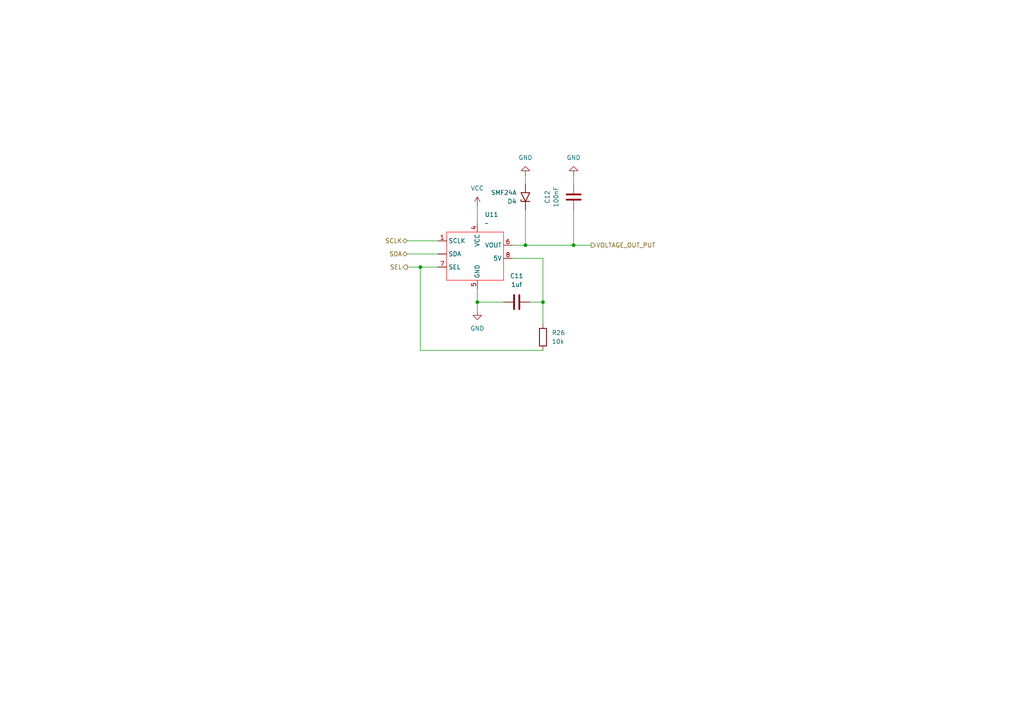
<source format=kicad_sch>
(kicad_sch
	(version 20250114)
	(generator "eeschema")
	(generator_version "9.0")
	(uuid "5c656e83-4432-4510-a9c5-9a1091b78e4b")
	(paper "A4")
	(lib_symbols
		(symbol "Device:C"
			(pin_numbers
				(hide yes)
			)
			(pin_names
				(offset 0.254)
			)
			(exclude_from_sim no)
			(in_bom yes)
			(on_board yes)
			(property "Reference" "C"
				(at 0.635 2.54 0)
				(effects
					(font
						(size 1.27 1.27)
					)
					(justify left)
				)
			)
			(property "Value" "C"
				(at 0.635 -2.54 0)
				(effects
					(font
						(size 1.27 1.27)
					)
					(justify left)
				)
			)
			(property "Footprint" ""
				(at 0.9652 -3.81 0)
				(effects
					(font
						(size 1.27 1.27)
					)
					(hide yes)
				)
			)
			(property "Datasheet" "~"
				(at 0 0 0)
				(effects
					(font
						(size 1.27 1.27)
					)
					(hide yes)
				)
			)
			(property "Description" "Unpolarized capacitor"
				(at 0 0 0)
				(effects
					(font
						(size 1.27 1.27)
					)
					(hide yes)
				)
			)
			(property "ki_keywords" "cap capacitor"
				(at 0 0 0)
				(effects
					(font
						(size 1.27 1.27)
					)
					(hide yes)
				)
			)
			(property "ki_fp_filters" "C_*"
				(at 0 0 0)
				(effects
					(font
						(size 1.27 1.27)
					)
					(hide yes)
				)
			)
			(symbol "C_0_1"
				(polyline
					(pts
						(xy -2.032 0.762) (xy 2.032 0.762)
					)
					(stroke
						(width 0.508)
						(type default)
					)
					(fill
						(type none)
					)
				)
				(polyline
					(pts
						(xy -2.032 -0.762) (xy 2.032 -0.762)
					)
					(stroke
						(width 0.508)
						(type default)
					)
					(fill
						(type none)
					)
				)
			)
			(symbol "C_1_1"
				(pin passive line
					(at 0 3.81 270)
					(length 2.794)
					(name "~"
						(effects
							(font
								(size 1.27 1.27)
							)
						)
					)
					(number "1"
						(effects
							(font
								(size 1.27 1.27)
							)
						)
					)
				)
				(pin passive line
					(at 0 -3.81 90)
					(length 2.794)
					(name "~"
						(effects
							(font
								(size 1.27 1.27)
							)
						)
					)
					(number "2"
						(effects
							(font
								(size 1.27 1.27)
							)
						)
					)
				)
			)
			(embedded_fonts no)
		)
		(symbol "Device:R"
			(pin_numbers
				(hide yes)
			)
			(pin_names
				(offset 0)
			)
			(exclude_from_sim no)
			(in_bom yes)
			(on_board yes)
			(property "Reference" "R"
				(at 2.032 0 90)
				(effects
					(font
						(size 1.27 1.27)
					)
				)
			)
			(property "Value" "R"
				(at 0 0 90)
				(effects
					(font
						(size 1.27 1.27)
					)
				)
			)
			(property "Footprint" ""
				(at -1.778 0 90)
				(effects
					(font
						(size 1.27 1.27)
					)
					(hide yes)
				)
			)
			(property "Datasheet" "~"
				(at 0 0 0)
				(effects
					(font
						(size 1.27 1.27)
					)
					(hide yes)
				)
			)
			(property "Description" "Resistor"
				(at 0 0 0)
				(effects
					(font
						(size 1.27 1.27)
					)
					(hide yes)
				)
			)
			(property "ki_keywords" "R res resistor"
				(at 0 0 0)
				(effects
					(font
						(size 1.27 1.27)
					)
					(hide yes)
				)
			)
			(property "ki_fp_filters" "R_*"
				(at 0 0 0)
				(effects
					(font
						(size 1.27 1.27)
					)
					(hide yes)
				)
			)
			(symbol "R_0_1"
				(rectangle
					(start -1.016 -2.54)
					(end 1.016 2.54)
					(stroke
						(width 0.254)
						(type default)
					)
					(fill
						(type none)
					)
				)
			)
			(symbol "R_1_1"
				(pin passive line
					(at 0 3.81 270)
					(length 1.27)
					(name "~"
						(effects
							(font
								(size 1.27 1.27)
							)
						)
					)
					(number "1"
						(effects
							(font
								(size 1.27 1.27)
							)
						)
					)
				)
				(pin passive line
					(at 0 -3.81 90)
					(length 1.27)
					(name "~"
						(effects
							(font
								(size 1.27 1.27)
							)
						)
					)
					(number "2"
						(effects
							(font
								(size 1.27 1.27)
							)
						)
					)
				)
			)
			(embedded_fonts no)
		)
		(symbol "Diode:SMF24A"
			(pin_numbers
				(hide yes)
			)
			(pin_names
				(offset 1.016)
				(hide yes)
			)
			(exclude_from_sim no)
			(in_bom yes)
			(on_board yes)
			(property "Reference" "D"
				(at 0 2.54 0)
				(effects
					(font
						(size 1.27 1.27)
					)
				)
			)
			(property "Value" "SMF24A"
				(at 0 -2.54 0)
				(effects
					(font
						(size 1.27 1.27)
					)
				)
			)
			(property "Footprint" "Diode_SMD:D_SMF"
				(at 0 -5.08 0)
				(effects
					(font
						(size 1.27 1.27)
					)
					(hide yes)
				)
			)
			(property "Datasheet" "https://www.vishay.com/doc?85881"
				(at -1.27 0 0)
				(effects
					(font
						(size 1.27 1.27)
					)
					(hide yes)
				)
			)
			(property "Description" "200W unidirectional Transil Transient Voltage Suppressor, 24Vrwm, SMF"
				(at 0 0 0)
				(effects
					(font
						(size 1.27 1.27)
					)
					(hide yes)
				)
			)
			(property "ki_keywords" "diode TVS voltage suppressor"
				(at 0 0 0)
				(effects
					(font
						(size 1.27 1.27)
					)
					(hide yes)
				)
			)
			(property "ki_fp_filters" "D*SMF*"
				(at 0 0 0)
				(effects
					(font
						(size 1.27 1.27)
					)
					(hide yes)
				)
			)
			(symbol "SMF24A_0_1"
				(polyline
					(pts
						(xy -0.762 1.27) (xy -1.27 1.27) (xy -1.27 -1.27)
					)
					(stroke
						(width 0.254)
						(type default)
					)
					(fill
						(type none)
					)
				)
				(polyline
					(pts
						(xy 1.27 1.27) (xy 1.27 -1.27) (xy -1.27 0) (xy 1.27 1.27)
					)
					(stroke
						(width 0.254)
						(type default)
					)
					(fill
						(type none)
					)
				)
			)
			(symbol "SMF24A_1_1"
				(pin passive line
					(at -3.81 0 0)
					(length 2.54)
					(name "A1"
						(effects
							(font
								(size 1.27 1.27)
							)
						)
					)
					(number "1"
						(effects
							(font
								(size 1.27 1.27)
							)
						)
					)
				)
				(pin passive line
					(at 3.81 0 180)
					(length 2.54)
					(name "A2"
						(effects
							(font
								(size 1.27 1.27)
							)
						)
					)
					(number "2"
						(effects
							(font
								(size 1.27 1.27)
							)
						)
					)
				)
			)
			(embedded_fonts no)
		)
		(symbol "flautolibrery:Relay"
			(exclude_from_sim no)
			(in_bom yes)
			(on_board yes)
			(property "Reference" "U"
				(at 0 0 0)
				(effects
					(font
						(size 1.27 1.27)
					)
				)
			)
			(property "Value" ""
				(at 0 0 0)
				(effects
					(font
						(size 1.27 1.27)
					)
				)
			)
			(property "Footprint" ""
				(at 0 0 0)
				(effects
					(font
						(size 1.27 1.27)
					)
					(hide yes)
				)
			)
			(property "Datasheet" ""
				(at 0 0 0)
				(effects
					(font
						(size 1.27 1.27)
					)
					(hide yes)
				)
			)
			(property "Description" ""
				(at 0 0 0)
				(effects
					(font
						(size 1.27 1.27)
					)
					(hide yes)
				)
			)
			(symbol "Relay_0_1"
				(rectangle
					(start 1.27 0)
					(end 17.78 -13.97)
					(stroke
						(width 0)
						(type default)
						(color 255 0 0 1)
					)
					(fill
						(type none)
					)
				)
			)
			(symbol "Relay_1_1"
				(pin input line
					(at -1.27 -2.54 0)
					(length 2.54)
					(name "SCLK"
						(effects
							(font
								(size 1.27 1.27)
							)
						)
					)
					(number "1"
						(effects
							(font
								(size 1.27 1.27)
							)
						)
					)
				)
				(pin input line
					(at -1.27 -6.35 0)
					(length 2.54)
					(name "SDA"
						(effects
							(font
								(size 1.27 1.27)
							)
						)
					)
					(number ""
						(effects
							(font
								(size 1.27 1.27)
							)
						)
					)
				)
				(pin input line
					(at -1.27 -10.16 0)
					(length 2.54)
					(name "SEL"
						(effects
							(font
								(size 1.27 1.27)
							)
						)
					)
					(number "7"
						(effects
							(font
								(size 1.27 1.27)
							)
						)
					)
				)
				(pin input line
					(at 10.16 2.54 270)
					(length 2.54)
					(name "VCC"
						(effects
							(font
								(size 1.27 1.27)
							)
						)
					)
					(number "4"
						(effects
							(font
								(size 1.27 1.27)
							)
						)
					)
				)
				(pin input line
					(at 10.16 -16.51 90)
					(length 2.54)
					(name "GND"
						(effects
							(font
								(size 1.27 1.27)
							)
						)
					)
					(number "5"
						(effects
							(font
								(size 1.27 1.27)
							)
						)
					)
				)
				(pin input line
					(at 20.32 -3.81 180)
					(length 2.54)
					(name "VOUT"
						(effects
							(font
								(size 1.27 1.27)
							)
						)
					)
					(number "6"
						(effects
							(font
								(size 1.27 1.27)
							)
						)
					)
				)
				(pin input line
					(at 20.32 -7.62 180)
					(length 2.54)
					(name "5V"
						(effects
							(font
								(size 1.27 1.27)
							)
						)
					)
					(number "8"
						(effects
							(font
								(size 1.27 1.27)
							)
						)
					)
				)
			)
			(embedded_fonts no)
		)
		(symbol "power:GND"
			(power)
			(pin_numbers
				(hide yes)
			)
			(pin_names
				(offset 0)
				(hide yes)
			)
			(exclude_from_sim no)
			(in_bom yes)
			(on_board yes)
			(property "Reference" "#PWR"
				(at 0 -6.35 0)
				(effects
					(font
						(size 1.27 1.27)
					)
					(hide yes)
				)
			)
			(property "Value" "GND"
				(at 0 -3.81 0)
				(effects
					(font
						(size 1.27 1.27)
					)
				)
			)
			(property "Footprint" ""
				(at 0 0 0)
				(effects
					(font
						(size 1.27 1.27)
					)
					(hide yes)
				)
			)
			(property "Datasheet" ""
				(at 0 0 0)
				(effects
					(font
						(size 1.27 1.27)
					)
					(hide yes)
				)
			)
			(property "Description" "Power symbol creates a global label with name \"GND\" , ground"
				(at 0 0 0)
				(effects
					(font
						(size 1.27 1.27)
					)
					(hide yes)
				)
			)
			(property "ki_keywords" "global power"
				(at 0 0 0)
				(effects
					(font
						(size 1.27 1.27)
					)
					(hide yes)
				)
			)
			(symbol "GND_0_1"
				(polyline
					(pts
						(xy 0 0) (xy 0 -1.27) (xy 1.27 -1.27) (xy 0 -2.54) (xy -1.27 -1.27) (xy 0 -1.27)
					)
					(stroke
						(width 0)
						(type default)
					)
					(fill
						(type none)
					)
				)
			)
			(symbol "GND_1_1"
				(pin power_in line
					(at 0 0 270)
					(length 0)
					(name "~"
						(effects
							(font
								(size 1.27 1.27)
							)
						)
					)
					(number "1"
						(effects
							(font
								(size 1.27 1.27)
							)
						)
					)
				)
			)
			(embedded_fonts no)
		)
		(symbol "power:VCC"
			(power)
			(pin_numbers
				(hide yes)
			)
			(pin_names
				(offset 0)
				(hide yes)
			)
			(exclude_from_sim no)
			(in_bom yes)
			(on_board yes)
			(property "Reference" "#PWR"
				(at 0 -3.81 0)
				(effects
					(font
						(size 1.27 1.27)
					)
					(hide yes)
				)
			)
			(property "Value" "VCC"
				(at 0 3.556 0)
				(effects
					(font
						(size 1.27 1.27)
					)
				)
			)
			(property "Footprint" ""
				(at 0 0 0)
				(effects
					(font
						(size 1.27 1.27)
					)
					(hide yes)
				)
			)
			(property "Datasheet" ""
				(at 0 0 0)
				(effects
					(font
						(size 1.27 1.27)
					)
					(hide yes)
				)
			)
			(property "Description" "Power symbol creates a global label with name \"VCC\""
				(at 0 0 0)
				(effects
					(font
						(size 1.27 1.27)
					)
					(hide yes)
				)
			)
			(property "ki_keywords" "global power"
				(at 0 0 0)
				(effects
					(font
						(size 1.27 1.27)
					)
					(hide yes)
				)
			)
			(symbol "VCC_0_1"
				(polyline
					(pts
						(xy -0.762 1.27) (xy 0 2.54)
					)
					(stroke
						(width 0)
						(type default)
					)
					(fill
						(type none)
					)
				)
				(polyline
					(pts
						(xy 0 2.54) (xy 0.762 1.27)
					)
					(stroke
						(width 0)
						(type default)
					)
					(fill
						(type none)
					)
				)
				(polyline
					(pts
						(xy 0 0) (xy 0 2.54)
					)
					(stroke
						(width 0)
						(type default)
					)
					(fill
						(type none)
					)
				)
			)
			(symbol "VCC_1_1"
				(pin power_in line
					(at 0 0 90)
					(length 0)
					(name "~"
						(effects
							(font
								(size 1.27 1.27)
							)
						)
					)
					(number "1"
						(effects
							(font
								(size 1.27 1.27)
							)
						)
					)
				)
			)
			(embedded_fonts no)
		)
	)
	(junction
		(at 166.37 71.12)
		(diameter 0)
		(color 0 0 0 0)
		(uuid "4b5afc99-5ab9-42d2-b564-ff8bfef99cf7")
	)
	(junction
		(at 121.92 77.47)
		(diameter 0)
		(color 0 0 0 0)
		(uuid "60844719-380e-4103-b0af-971b8fad6582")
	)
	(junction
		(at 138.43 87.63)
		(diameter 0)
		(color 0 0 0 0)
		(uuid "b567fa95-ff7b-4599-8d40-4caa1610b085")
	)
	(junction
		(at 157.48 87.63)
		(diameter 0)
		(color 0 0 0 0)
		(uuid "bde3d79f-004f-4a7a-a9fd-941d80be0621")
	)
	(junction
		(at 152.4 71.12)
		(diameter 0)
		(color 0 0 0 0)
		(uuid "ea03f115-062d-44a8-af86-5dd9cfdb961f")
	)
	(wire
		(pts
			(xy 157.48 101.6) (xy 121.92 101.6)
		)
		(stroke
			(width 0)
			(type default)
		)
		(uuid "1d834888-5794-46d8-be79-af1e89740428")
	)
	(wire
		(pts
			(xy 146.05 87.63) (xy 138.43 87.63)
		)
		(stroke
			(width 0)
			(type default)
		)
		(uuid "277dbcb3-0d84-4bb1-b736-c726fd5b98d0")
	)
	(wire
		(pts
			(xy 118.11 77.47) (xy 121.92 77.47)
		)
		(stroke
			(width 0)
			(type default)
		)
		(uuid "3ae820af-d2bd-45df-a26c-bf4cd74b452f")
	)
	(wire
		(pts
			(xy 148.59 71.12) (xy 152.4 71.12)
		)
		(stroke
			(width 0)
			(type default)
		)
		(uuid "40690953-f115-40dc-aef5-c634bfa92e20")
	)
	(wire
		(pts
			(xy 148.59 74.93) (xy 157.48 74.93)
		)
		(stroke
			(width 0)
			(type default)
		)
		(uuid "43627fae-3b09-4d19-beb8-d2c73cccd177")
	)
	(wire
		(pts
			(xy 138.43 83.82) (xy 138.43 87.63)
		)
		(stroke
			(width 0)
			(type default)
		)
		(uuid "453f28f4-9b76-42c4-82c9-da1fd835199d")
	)
	(wire
		(pts
			(xy 118.11 73.66) (xy 127 73.66)
		)
		(stroke
			(width 0)
			(type default)
		)
		(uuid "467ba18f-e621-406c-9d4b-9467580aa877")
	)
	(wire
		(pts
			(xy 166.37 53.34) (xy 166.37 50.8)
		)
		(stroke
			(width 0)
			(type default)
		)
		(uuid "5360aa14-211a-4fc7-b751-da2bf05c0849")
	)
	(wire
		(pts
			(xy 138.43 59.69) (xy 138.43 64.77)
		)
		(stroke
			(width 0)
			(type default)
		)
		(uuid "63f4f6a3-d8ff-4d84-9fea-a059e57b5e9f")
	)
	(wire
		(pts
			(xy 157.48 87.63) (xy 157.48 93.98)
		)
		(stroke
			(width 0)
			(type default)
		)
		(uuid "6b1fe27e-4ac3-4c7e-a230-444f78d75d1d")
	)
	(wire
		(pts
			(xy 152.4 53.34) (xy 152.4 50.8)
		)
		(stroke
			(width 0)
			(type default)
		)
		(uuid "7a0da017-429a-4469-b4c5-b23b307c115b")
	)
	(wire
		(pts
			(xy 153.67 87.63) (xy 157.48 87.63)
		)
		(stroke
			(width 0)
			(type default)
		)
		(uuid "829a253e-fee9-46f3-aff6-2967b4e72d09")
	)
	(wire
		(pts
			(xy 152.4 71.12) (xy 166.37 71.12)
		)
		(stroke
			(width 0)
			(type default)
		)
		(uuid "9598a259-9474-4e2f-8c34-64c406ed4bb5")
	)
	(wire
		(pts
			(xy 166.37 71.12) (xy 171.45 71.12)
		)
		(stroke
			(width 0)
			(type default)
		)
		(uuid "99cfbfd1-8d8a-4ad6-a15e-0c462b010102")
	)
	(wire
		(pts
			(xy 121.92 101.6) (xy 121.92 77.47)
		)
		(stroke
			(width 0)
			(type default)
		)
		(uuid "9e428886-1636-496a-82aa-eaddb16743fb")
	)
	(wire
		(pts
			(xy 152.4 60.96) (xy 152.4 71.12)
		)
		(stroke
			(width 0)
			(type default)
		)
		(uuid "d3d49d48-e912-44eb-98ed-3032e2aaba09")
	)
	(wire
		(pts
			(xy 121.92 77.47) (xy 127 77.47)
		)
		(stroke
			(width 0)
			(type default)
		)
		(uuid "e049b97d-a731-462a-ad8b-66fe2880c0ef")
	)
	(wire
		(pts
			(xy 118.11 69.85) (xy 127 69.85)
		)
		(stroke
			(width 0)
			(type default)
		)
		(uuid "e8047b27-dc97-4b30-88b5-74f0225cfafd")
	)
	(wire
		(pts
			(xy 166.37 60.96) (xy 166.37 71.12)
		)
		(stroke
			(width 0)
			(type default)
		)
		(uuid "ebd317f8-d5ad-498c-91a5-63bcf9487606")
	)
	(wire
		(pts
			(xy 138.43 87.63) (xy 138.43 90.17)
		)
		(stroke
			(width 0)
			(type default)
		)
		(uuid "f29eaf8a-5830-46f4-aec6-a164b535e577")
	)
	(wire
		(pts
			(xy 157.48 74.93) (xy 157.48 87.63)
		)
		(stroke
			(width 0)
			(type default)
		)
		(uuid "f5204698-58fe-45dd-b90b-98cb3823a315")
	)
	(hierarchical_label "SCLK"
		(shape bidirectional)
		(at 118.11 69.85 180)
		(effects
			(font
				(size 1.27 1.27)
			)
			(justify right)
		)
		(uuid "19c18e4e-02a7-46ad-a346-86d10bb985fc")
	)
	(hierarchical_label "VOLTAGE_OUT_PUT"
		(shape output)
		(at 171.45 71.12 0)
		(effects
			(font
				(size 1.27 1.27)
			)
			(justify left)
		)
		(uuid "24716ebc-89be-4ff2-9a6f-8d4230e5b264")
	)
	(hierarchical_label "SEL"
		(shape output)
		(at 118.11 77.47 180)
		(effects
			(font
				(size 1.27 1.27)
			)
			(justify right)
		)
		(uuid "4c5f6a15-8923-4b6b-8410-e5901d621606")
	)
	(hierarchical_label "SDA"
		(shape bidirectional)
		(at 118.11 73.66 180)
		(effects
			(font
				(size 1.27 1.27)
			)
			(justify right)
		)
		(uuid "f3e208db-d48d-4655-96c5-3e14bc678575")
	)
	(symbol
		(lib_id "power:VCC")
		(at 138.43 59.69 0)
		(unit 1)
		(exclude_from_sim no)
		(in_bom yes)
		(on_board yes)
		(dnp no)
		(fields_autoplaced yes)
		(uuid "1d3ec899-c62b-460e-9af1-ef1ad2e0c55f")
		(property "Reference" "#PWR064"
			(at 138.43 63.5 0)
			(effects
				(font
					(size 1.27 1.27)
				)
				(hide yes)
			)
		)
		(property "Value" "VCC"
			(at 138.43 54.61 0)
			(effects
				(font
					(size 1.27 1.27)
				)
			)
		)
		(property "Footprint" ""
			(at 138.43 59.69 0)
			(effects
				(font
					(size 1.27 1.27)
				)
				(hide yes)
			)
		)
		(property "Datasheet" ""
			(at 138.43 59.69 0)
			(effects
				(font
					(size 1.27 1.27)
				)
				(hide yes)
			)
		)
		(property "Description" "Power symbol creates a global label with name \"VCC\""
			(at 138.43 59.69 0)
			(effects
				(font
					(size 1.27 1.27)
				)
				(hide yes)
			)
		)
		(pin "1"
			(uuid "8e151866-b5bd-49f8-8e6f-ea80b1f8739f")
		)
		(instances
			(project "NIVARA PROJECT"
				(path "/dc6fb271-dfd0-4448-98f1-862b1cc93a80/2ca62569-d560-4cca-9470-52fd378086ae/4c56bdff-2384-434c-a91f-ac1414e948f2"
					(reference "#PWR064")
					(unit 1)
				)
			)
		)
	)
	(symbol
		(lib_id "power:GND")
		(at 138.43 90.17 0)
		(unit 1)
		(exclude_from_sim no)
		(in_bom yes)
		(on_board yes)
		(dnp no)
		(fields_autoplaced yes)
		(uuid "25baadec-7e35-4908-b4d2-86a61bcb5168")
		(property "Reference" "#PWR065"
			(at 138.43 96.52 0)
			(effects
				(font
					(size 1.27 1.27)
				)
				(hide yes)
			)
		)
		(property "Value" "GND"
			(at 138.43 95.25 0)
			(effects
				(font
					(size 1.27 1.27)
				)
			)
		)
		(property "Footprint" ""
			(at 138.43 90.17 0)
			(effects
				(font
					(size 1.27 1.27)
				)
				(hide yes)
			)
		)
		(property "Datasheet" ""
			(at 138.43 90.17 0)
			(effects
				(font
					(size 1.27 1.27)
				)
				(hide yes)
			)
		)
		(property "Description" "Power symbol creates a global label with name \"GND\" , ground"
			(at 138.43 90.17 0)
			(effects
				(font
					(size 1.27 1.27)
				)
				(hide yes)
			)
		)
		(pin "1"
			(uuid "7dcd9332-b484-44b3-98ff-f4d472a0b77c")
		)
		(instances
			(project "NIVARA PROJECT"
				(path "/dc6fb271-dfd0-4448-98f1-862b1cc93a80/2ca62569-d560-4cca-9470-52fd378086ae/4c56bdff-2384-434c-a91f-ac1414e948f2"
					(reference "#PWR065")
					(unit 1)
				)
			)
		)
	)
	(symbol
		(lib_id "Device:C")
		(at 149.86 87.63 90)
		(unit 1)
		(exclude_from_sim no)
		(in_bom yes)
		(on_board yes)
		(dnp no)
		(fields_autoplaced yes)
		(uuid "25db9f04-bc66-4115-ae6d-eb0fa88ae31f")
		(property "Reference" "C11"
			(at 149.86 80.01 90)
			(effects
				(font
					(size 1.27 1.27)
				)
			)
		)
		(property "Value" "1uf"
			(at 149.86 82.55 90)
			(effects
				(font
					(size 1.27 1.27)
				)
			)
		)
		(property "Footprint" ""
			(at 153.67 86.6648 0)
			(effects
				(font
					(size 1.27 1.27)
				)
				(hide yes)
			)
		)
		(property "Datasheet" "~"
			(at 149.86 87.63 0)
			(effects
				(font
					(size 1.27 1.27)
				)
				(hide yes)
			)
		)
		(property "Description" "Unpolarized capacitor"
			(at 149.86 87.63 0)
			(effects
				(font
					(size 1.27 1.27)
				)
				(hide yes)
			)
		)
		(pin "1"
			(uuid "badc1e26-a64d-4dba-80da-14129141393a")
		)
		(pin "2"
			(uuid "5b8f9731-8d3d-463b-af36-9faab57e8649")
		)
		(instances
			(project ""
				(path "/dc6fb271-dfd0-4448-98f1-862b1cc93a80/2ca62569-d560-4cca-9470-52fd378086ae/4c56bdff-2384-434c-a91f-ac1414e948f2"
					(reference "C11")
					(unit 1)
				)
			)
		)
	)
	(symbol
		(lib_id "power:GND")
		(at 152.4 50.8 180)
		(unit 1)
		(exclude_from_sim no)
		(in_bom yes)
		(on_board yes)
		(dnp no)
		(fields_autoplaced yes)
		(uuid "50ba430f-188c-4e93-a142-e3d5acd35394")
		(property "Reference" "#PWR063"
			(at 152.4 44.45 0)
			(effects
				(font
					(size 1.27 1.27)
				)
				(hide yes)
			)
		)
		(property "Value" "GND"
			(at 152.4 45.72 0)
			(effects
				(font
					(size 1.27 1.27)
				)
			)
		)
		(property "Footprint" ""
			(at 152.4 50.8 0)
			(effects
				(font
					(size 1.27 1.27)
				)
				(hide yes)
			)
		)
		(property "Datasheet" ""
			(at 152.4 50.8 0)
			(effects
				(font
					(size 1.27 1.27)
				)
				(hide yes)
			)
		)
		(property "Description" "Power symbol creates a global label with name \"GND\" , ground"
			(at 152.4 50.8 0)
			(effects
				(font
					(size 1.27 1.27)
				)
				(hide yes)
			)
		)
		(pin "1"
			(uuid "daf9e1fd-ebe4-4b0a-8e03-d407bc3d75b8")
		)
		(instances
			(project "NIVARA PROJECT"
				(path "/dc6fb271-dfd0-4448-98f1-862b1cc93a80/2ca62569-d560-4cca-9470-52fd378086ae/4c56bdff-2384-434c-a91f-ac1414e948f2"
					(reference "#PWR063")
					(unit 1)
				)
			)
		)
	)
	(symbol
		(lib_id "flautolibrery:Relay")
		(at 128.27 67.31 0)
		(unit 1)
		(exclude_from_sim no)
		(in_bom yes)
		(on_board yes)
		(dnp no)
		(fields_autoplaced yes)
		(uuid "890be1d7-d5eb-4e6e-9000-1ddacbff7f01")
		(property "Reference" "U11"
			(at 140.5733 62.23 0)
			(effects
				(font
					(size 1.27 1.27)
				)
				(justify left)
			)
		)
		(property "Value" "~"
			(at 140.5733 64.77 0)
			(effects
				(font
					(size 1.27 1.27)
				)
				(justify left)
			)
		)
		(property "Footprint" ""
			(at 128.27 67.31 0)
			(effects
				(font
					(size 1.27 1.27)
				)
				(hide yes)
			)
		)
		(property "Datasheet" ""
			(at 128.27 67.31 0)
			(effects
				(font
					(size 1.27 1.27)
				)
				(hide yes)
			)
		)
		(property "Description" ""
			(at 128.27 67.31 0)
			(effects
				(font
					(size 1.27 1.27)
				)
				(hide yes)
			)
		)
		(pin "6"
			(uuid "2409d01e-1509-4bfb-9b92-df336997ab07")
		)
		(pin "4"
			(uuid "80dd33e0-86d7-4853-a80f-f53aac8a7cad")
		)
		(pin "5"
			(uuid "da2e503a-1d6f-4c77-9e99-bcbcd96d0c3a")
		)
		(pin "8"
			(uuid "37cce31e-b0c3-4f74-9bbf-3aa28dd83bc2")
		)
		(pin "1"
			(uuid "981ddeaf-c236-4950-afce-ca6b44464979")
		)
		(pin "7"
			(uuid "a4567d40-0427-4695-ad26-5ce4f04f72a4")
		)
		(pin ""
			(uuid "ce4b186a-f818-477f-a673-a12f3d2acb70")
		)
		(instances
			(project ""
				(path "/dc6fb271-dfd0-4448-98f1-862b1cc93a80/2ca62569-d560-4cca-9470-52fd378086ae/4c56bdff-2384-434c-a91f-ac1414e948f2"
					(reference "U11")
					(unit 1)
				)
			)
		)
	)
	(symbol
		(lib_id "power:GND")
		(at 166.37 50.8 180)
		(unit 1)
		(exclude_from_sim no)
		(in_bom yes)
		(on_board yes)
		(dnp no)
		(fields_autoplaced yes)
		(uuid "a9294196-0fc6-4143-aac9-b867de3ed5ff")
		(property "Reference" "#PWR062"
			(at 166.37 44.45 0)
			(effects
				(font
					(size 1.27 1.27)
				)
				(hide yes)
			)
		)
		(property "Value" "GND"
			(at 166.37 45.72 0)
			(effects
				(font
					(size 1.27 1.27)
				)
			)
		)
		(property "Footprint" ""
			(at 166.37 50.8 0)
			(effects
				(font
					(size 1.27 1.27)
				)
				(hide yes)
			)
		)
		(property "Datasheet" ""
			(at 166.37 50.8 0)
			(effects
				(font
					(size 1.27 1.27)
				)
				(hide yes)
			)
		)
		(property "Description" "Power symbol creates a global label with name \"GND\" , ground"
			(at 166.37 50.8 0)
			(effects
				(font
					(size 1.27 1.27)
				)
				(hide yes)
			)
		)
		(pin "1"
			(uuid "9ced93ae-a7ad-482c-905a-2b404908d500")
		)
		(instances
			(project "NIVARA PROJECT"
				(path "/dc6fb271-dfd0-4448-98f1-862b1cc93a80/2ca62569-d560-4cca-9470-52fd378086ae/4c56bdff-2384-434c-a91f-ac1414e948f2"
					(reference "#PWR062")
					(unit 1)
				)
			)
		)
	)
	(symbol
		(lib_id "Device:C")
		(at 166.37 57.15 0)
		(unit 1)
		(exclude_from_sim no)
		(in_bom yes)
		(on_board yes)
		(dnp no)
		(uuid "c8e35b34-c67c-4dc4-859a-413ecbc9f2e2")
		(property "Reference" "C12"
			(at 158.75 57.15 90)
			(effects
				(font
					(size 1.27 1.27)
				)
			)
		)
		(property "Value" "100nF"
			(at 161.29 57.15 90)
			(effects
				(font
					(size 1.27 1.27)
				)
			)
		)
		(property "Footprint" ""
			(at 167.3352 60.96 0)
			(effects
				(font
					(size 1.27 1.27)
				)
				(hide yes)
			)
		)
		(property "Datasheet" "~"
			(at 166.37 57.15 0)
			(effects
				(font
					(size 1.27 1.27)
				)
				(hide yes)
			)
		)
		(property "Description" "Unpolarized capacitor"
			(at 166.37 57.15 0)
			(effects
				(font
					(size 1.27 1.27)
				)
				(hide yes)
			)
		)
		(pin "2"
			(uuid "9980060a-6e97-4d50-bc05-1c3a2ee18894")
		)
		(pin "1"
			(uuid "39e39d61-3cd3-4465-9713-aabd3edd8171")
		)
		(instances
			(project "NIVARA PROJECT"
				(path "/dc6fb271-dfd0-4448-98f1-862b1cc93a80/2ca62569-d560-4cca-9470-52fd378086ae/4c56bdff-2384-434c-a91f-ac1414e948f2"
					(reference "C12")
					(unit 1)
				)
			)
		)
	)
	(symbol
		(lib_id "Device:R")
		(at 157.48 97.79 0)
		(unit 1)
		(exclude_from_sim no)
		(in_bom yes)
		(on_board yes)
		(dnp no)
		(fields_autoplaced yes)
		(uuid "dbb07327-7f08-435b-a2d3-89bfd8100bf3")
		(property "Reference" "R26"
			(at 160.02 96.5199 0)
			(effects
				(font
					(size 1.27 1.27)
				)
				(justify left)
			)
		)
		(property "Value" "10k"
			(at 160.02 99.0599 0)
			(effects
				(font
					(size 1.27 1.27)
				)
				(justify left)
			)
		)
		(property "Footprint" ""
			(at 155.702 97.79 90)
			(effects
				(font
					(size 1.27 1.27)
				)
				(hide yes)
			)
		)
		(property "Datasheet" "~"
			(at 157.48 97.79 0)
			(effects
				(font
					(size 1.27 1.27)
				)
				(hide yes)
			)
		)
		(property "Description" "Resistor"
			(at 157.48 97.79 0)
			(effects
				(font
					(size 1.27 1.27)
				)
				(hide yes)
			)
		)
		(pin "2"
			(uuid "36514c1d-1c14-4d0e-84b7-49a5dc6b525a")
		)
		(pin "1"
			(uuid "a64e4ee6-7c78-461c-97b4-05193fa488c2")
		)
		(instances
			(project ""
				(path "/dc6fb271-dfd0-4448-98f1-862b1cc93a80/2ca62569-d560-4cca-9470-52fd378086ae/4c56bdff-2384-434c-a91f-ac1414e948f2"
					(reference "R26")
					(unit 1)
				)
			)
		)
	)
	(symbol
		(lib_id "Diode:SMF24A")
		(at 152.4 57.15 90)
		(unit 1)
		(exclude_from_sim no)
		(in_bom yes)
		(on_board yes)
		(dnp no)
		(fields_autoplaced yes)
		(uuid "e8210ec9-0f29-49c9-b6e2-183b3c54ee66")
		(property "Reference" "D4"
			(at 149.86 58.4201 90)
			(effects
				(font
					(size 1.27 1.27)
				)
				(justify left)
			)
		)
		(property "Value" "SMF24A"
			(at 149.86 55.8801 90)
			(effects
				(font
					(size 1.27 1.27)
				)
				(justify left)
			)
		)
		(property "Footprint" "Diode_SMD:D_SMF"
			(at 157.48 57.15 0)
			(effects
				(font
					(size 1.27 1.27)
				)
				(hide yes)
			)
		)
		(property "Datasheet" "https://www.vishay.com/doc?85881"
			(at 152.4 58.42 0)
			(effects
				(font
					(size 1.27 1.27)
				)
				(hide yes)
			)
		)
		(property "Description" "200W unidirectional Transil Transient Voltage Suppressor, 24Vrwm, SMF"
			(at 152.4 57.15 0)
			(effects
				(font
					(size 1.27 1.27)
				)
				(hide yes)
			)
		)
		(property "LCSC#" "C7495269"
			(at 152.4 57.15 90)
			(effects
				(font
					(size 1.27 1.27)
				)
				(hide yes)
			)
		)
		(pin "1"
			(uuid "46e0e877-c7a2-4997-9450-b47f2a6019f6")
		)
		(pin "2"
			(uuid "b56329b3-6b3b-4a25-b9c6-8ffe3ba55fa7")
		)
		(instances
			(project "NIVARA PROJECT"
				(path "/dc6fb271-dfd0-4448-98f1-862b1cc93a80/2ca62569-d560-4cca-9470-52fd378086ae/4c56bdff-2384-434c-a91f-ac1414e948f2"
					(reference "D4")
					(unit 1)
				)
			)
		)
	)
)

</source>
